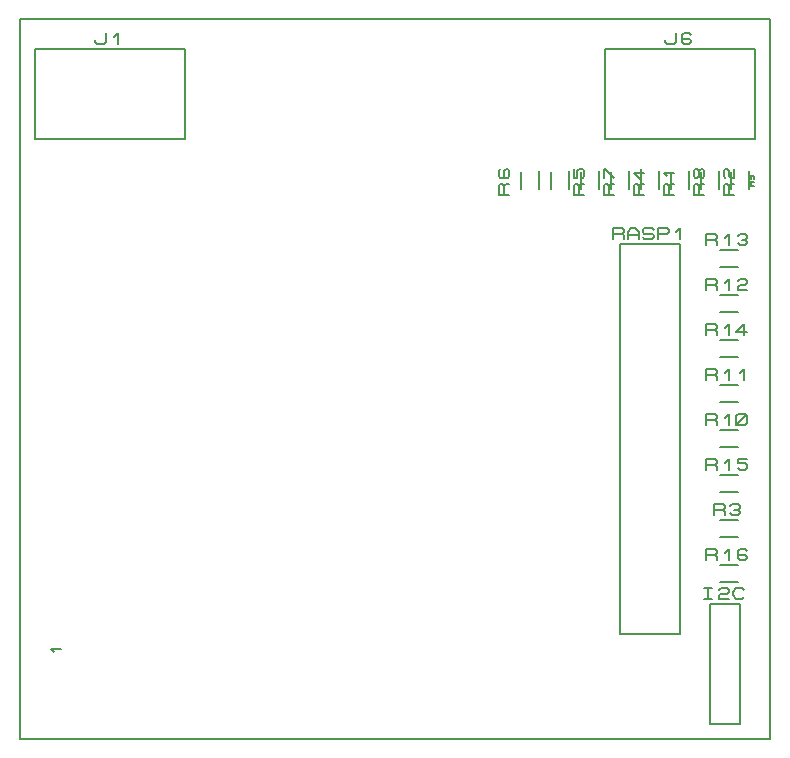
<source format=gbr>
G04 PROTEUS RS274X GERBER FILE*
%FSLAX45Y45*%
%MOMM*%
G01*
%ADD18C,0.203200*%
D18*
X+0Y-6096000D02*
X+6350000Y-6096000D01*
X+6350000Y+0D01*
X+0Y+0D01*
X+0Y-6096000D01*
X+127000Y-1016000D02*
X+1397000Y-1016000D01*
X+1397000Y-254000D01*
X+127000Y-254000D01*
X+127000Y-1016000D01*
X+635000Y-182880D02*
X+635000Y-198120D01*
X+650875Y-213360D01*
X+714375Y-213360D01*
X+730250Y-198120D01*
X+730250Y-121920D01*
X+793750Y-152400D02*
X+825500Y-121920D01*
X+825500Y-213360D01*
X+4953000Y-1016000D02*
X+6223000Y-1016000D01*
X+6223000Y-254000D01*
X+4953000Y-254000D01*
X+4953000Y-1016000D01*
X+5461000Y-182880D02*
X+5461000Y-198120D01*
X+5476875Y-213360D01*
X+5540375Y-213360D01*
X+5556250Y-198120D01*
X+5556250Y-121920D01*
X+5683250Y-137160D02*
X+5667375Y-121920D01*
X+5619750Y-121920D01*
X+5603875Y-137160D01*
X+5603875Y-198120D01*
X+5619750Y-213360D01*
X+5667375Y-213360D01*
X+5683250Y-198120D01*
X+5683250Y-182880D01*
X+5667375Y-167640D01*
X+5603875Y-167640D01*
X+5080000Y-5207000D02*
X+5588000Y-5207000D01*
X+5588000Y-1905000D01*
X+5080000Y-1905000D01*
X+5080000Y-5207000D01*
X+5016500Y-1864360D02*
X+5016500Y-1772920D01*
X+5095875Y-1772920D01*
X+5111750Y-1788160D01*
X+5111750Y-1803400D01*
X+5095875Y-1818640D01*
X+5016500Y-1818640D01*
X+5095875Y-1818640D02*
X+5111750Y-1833880D01*
X+5111750Y-1864360D01*
X+5143500Y-1864360D02*
X+5143500Y-1803400D01*
X+5175250Y-1772920D01*
X+5207000Y-1772920D01*
X+5238750Y-1803400D01*
X+5238750Y-1864360D01*
X+5143500Y-1833880D02*
X+5238750Y-1833880D01*
X+5270500Y-1849120D02*
X+5286375Y-1864360D01*
X+5349875Y-1864360D01*
X+5365750Y-1849120D01*
X+5365750Y-1833880D01*
X+5349875Y-1818640D01*
X+5286375Y-1818640D01*
X+5270500Y-1803400D01*
X+5270500Y-1788160D01*
X+5286375Y-1772920D01*
X+5349875Y-1772920D01*
X+5365750Y-1788160D01*
X+5397500Y-1864360D02*
X+5397500Y-1772920D01*
X+5476875Y-1772920D01*
X+5492750Y-1788160D01*
X+5492750Y-1803400D01*
X+5476875Y-1818640D01*
X+5397500Y-1818640D01*
X+5556250Y-1803400D02*
X+5588000Y-1772920D01*
X+5588000Y-1864360D01*
X+5842000Y-5969000D02*
X+6096000Y-5969000D01*
X+6096000Y-4953000D01*
X+5842000Y-4953000D01*
X+5842000Y-5969000D01*
X+5794375Y-4820920D02*
X+5857875Y-4820920D01*
X+5826125Y-4820920D02*
X+5826125Y-4912360D01*
X+5794375Y-4912360D02*
X+5857875Y-4912360D01*
X+5921375Y-4836160D02*
X+5937250Y-4820920D01*
X+5984875Y-4820920D01*
X+6000750Y-4836160D01*
X+6000750Y-4851400D01*
X+5984875Y-4866640D01*
X+5937250Y-4866640D01*
X+5921375Y-4881880D01*
X+5921375Y-4912360D01*
X+6000750Y-4912360D01*
X+6127750Y-4897120D02*
X+6111875Y-4912360D01*
X+6064250Y-4912360D01*
X+6032500Y-4881880D01*
X+6032500Y-4851400D01*
X+6064250Y-4820920D01*
X+6111875Y-4820920D01*
X+6127750Y-4836160D01*
X+5407660Y-1292860D02*
X+5407660Y-1445260D01*
X+5260340Y-1295400D02*
X+5260340Y-1445260D01*
X+5539740Y-1493520D02*
X+5448300Y-1493520D01*
X+5448300Y-1414145D01*
X+5463540Y-1398270D01*
X+5478780Y-1398270D01*
X+5494020Y-1414145D01*
X+5494020Y-1493520D01*
X+5494020Y-1414145D02*
X+5509260Y-1398270D01*
X+5539740Y-1398270D01*
X+5478780Y-1334770D02*
X+5448300Y-1303020D01*
X+5539740Y-1303020D01*
X+5915660Y-1292860D02*
X+5915660Y-1445260D01*
X+5768340Y-1295400D02*
X+5768340Y-1445260D01*
X+6047740Y-1493520D02*
X+5956300Y-1493520D01*
X+5956300Y-1414145D01*
X+5971540Y-1398270D01*
X+5986780Y-1398270D01*
X+6002020Y-1414145D01*
X+6002020Y-1493520D01*
X+6002020Y-1414145D02*
X+6017260Y-1398270D01*
X+6047740Y-1398270D01*
X+5971540Y-1350645D02*
X+5956300Y-1334770D01*
X+5956300Y-1287145D01*
X+5971540Y-1271270D01*
X+5986780Y-1271270D01*
X+6002020Y-1287145D01*
X+6002020Y-1334770D01*
X+6017260Y-1350645D01*
X+6047740Y-1350645D01*
X+6047740Y-1271270D01*
X+5153660Y-1292860D02*
X+5153660Y-1445260D01*
X+5006340Y-1295400D02*
X+5006340Y-1445260D01*
X+5285740Y-1493520D02*
X+5194300Y-1493520D01*
X+5194300Y-1414145D01*
X+5209540Y-1398270D01*
X+5224780Y-1398270D01*
X+5240020Y-1414145D01*
X+5240020Y-1493520D01*
X+5240020Y-1414145D02*
X+5255260Y-1398270D01*
X+5285740Y-1398270D01*
X+5255260Y-1271270D02*
X+5255260Y-1366520D01*
X+5194300Y-1303020D01*
X+5285740Y-1303020D01*
X+4645660Y-1292860D02*
X+4645660Y-1445260D01*
X+4498340Y-1295400D02*
X+4498340Y-1445260D01*
X+4777740Y-1493520D02*
X+4686300Y-1493520D01*
X+4686300Y-1414145D01*
X+4701540Y-1398270D01*
X+4716780Y-1398270D01*
X+4732020Y-1414145D01*
X+4732020Y-1493520D01*
X+4732020Y-1414145D02*
X+4747260Y-1398270D01*
X+4777740Y-1398270D01*
X+4686300Y-1271270D02*
X+4686300Y-1350645D01*
X+4716780Y-1350645D01*
X+4716780Y-1287145D01*
X+4732020Y-1271270D01*
X+4762500Y-1271270D01*
X+4777740Y-1287145D01*
X+4777740Y-1334770D01*
X+4762500Y-1350645D01*
X+4391660Y-1292860D02*
X+4391660Y-1445260D01*
X+4244340Y-1295400D02*
X+4244340Y-1445260D01*
X+4142740Y-1493520D02*
X+4051300Y-1493520D01*
X+4051300Y-1414145D01*
X+4066540Y-1398270D01*
X+4081780Y-1398270D01*
X+4097020Y-1414145D01*
X+4097020Y-1493520D01*
X+4097020Y-1414145D02*
X+4112260Y-1398270D01*
X+4142740Y-1398270D01*
X+4066540Y-1271270D02*
X+4051300Y-1287145D01*
X+4051300Y-1334770D01*
X+4066540Y-1350645D01*
X+4127500Y-1350645D01*
X+4142740Y-1334770D01*
X+4142740Y-1287145D01*
X+4127500Y-1271270D01*
X+4112260Y-1271270D01*
X+4097020Y-1287145D01*
X+4097020Y-1350645D01*
X+4899660Y-1292860D02*
X+4899660Y-1445260D01*
X+4752340Y-1295400D02*
X+4752340Y-1445260D01*
X+5031740Y-1493520D02*
X+4940300Y-1493520D01*
X+4940300Y-1414145D01*
X+4955540Y-1398270D01*
X+4970780Y-1398270D01*
X+4986020Y-1414145D01*
X+4986020Y-1493520D01*
X+4986020Y-1414145D02*
X+5001260Y-1398270D01*
X+5031740Y-1398270D01*
X+4940300Y-1350645D02*
X+4940300Y-1271270D01*
X+4955540Y-1271270D01*
X+5031740Y-1350645D01*
X+5661660Y-1292860D02*
X+5661660Y-1445260D01*
X+5514340Y-1295400D02*
X+5514340Y-1445260D01*
X+5793740Y-1493520D02*
X+5702300Y-1493520D01*
X+5702300Y-1414145D01*
X+5717540Y-1398270D01*
X+5732780Y-1398270D01*
X+5748020Y-1414145D01*
X+5748020Y-1493520D01*
X+5748020Y-1414145D02*
X+5763260Y-1398270D01*
X+5793740Y-1398270D01*
X+5748020Y-1334770D02*
X+5732780Y-1350645D01*
X+5717540Y-1350645D01*
X+5702300Y-1334770D01*
X+5702300Y-1287145D01*
X+5717540Y-1271270D01*
X+5732780Y-1271270D01*
X+5748020Y-1287145D01*
X+5748020Y-1334770D01*
X+5763260Y-1350645D01*
X+5778500Y-1350645D01*
X+5793740Y-1334770D01*
X+5793740Y-1287145D01*
X+5778500Y-1271270D01*
X+5763260Y-1271270D01*
X+5748020Y-1287145D01*
X+6169660Y-1292860D02*
X+6169660Y-1445260D01*
X+6022340Y-1295400D02*
X+6022340Y-1445260D01*
X+6215380Y-1417320D02*
X+6169660Y-1417320D01*
X+6169660Y-1385570D01*
X+6177280Y-1379220D01*
X+6184900Y-1379220D01*
X+6192520Y-1385570D01*
X+6192520Y-1417320D01*
X+6192520Y-1385570D02*
X+6200140Y-1379220D01*
X+6215380Y-1379220D01*
X+6184900Y-1328420D02*
X+6192520Y-1334770D01*
X+6192520Y-1353820D01*
X+6184900Y-1360170D01*
X+6177280Y-1360170D01*
X+6169660Y-1353820D01*
X+6169660Y-1334770D01*
X+6177280Y-1328420D01*
X+6207760Y-1328420D01*
X+6215380Y-1334770D01*
X+6215380Y-1353820D01*
X+5925820Y-4244340D02*
X+6078220Y-4244340D01*
X+5928360Y-4391660D02*
X+6078220Y-4391660D01*
X+5872480Y-4203700D02*
X+5872480Y-4112260D01*
X+5951855Y-4112260D01*
X+5967730Y-4127500D01*
X+5967730Y-4142740D01*
X+5951855Y-4157980D01*
X+5872480Y-4157980D01*
X+5951855Y-4157980D02*
X+5967730Y-4173220D01*
X+5967730Y-4203700D01*
X+6015355Y-4127500D02*
X+6031230Y-4112260D01*
X+6078855Y-4112260D01*
X+6094730Y-4127500D01*
X+6094730Y-4142740D01*
X+6078855Y-4157980D01*
X+6094730Y-4173220D01*
X+6094730Y-4188460D01*
X+6078855Y-4203700D01*
X+6031230Y-4203700D01*
X+6015355Y-4188460D01*
X+6047105Y-4157980D02*
X+6078855Y-4157980D01*
X+5925820Y-3482340D02*
X+6078220Y-3482340D01*
X+5928360Y-3629660D02*
X+6078220Y-3629660D01*
X+5808980Y-3441700D02*
X+5808980Y-3350260D01*
X+5888355Y-3350260D01*
X+5904230Y-3365500D01*
X+5904230Y-3380740D01*
X+5888355Y-3395980D01*
X+5808980Y-3395980D01*
X+5888355Y-3395980D02*
X+5904230Y-3411220D01*
X+5904230Y-3441700D01*
X+5967730Y-3380740D02*
X+5999480Y-3350260D01*
X+5999480Y-3441700D01*
X+6062980Y-3426460D02*
X+6062980Y-3365500D01*
X+6078855Y-3350260D01*
X+6142355Y-3350260D01*
X+6158230Y-3365500D01*
X+6158230Y-3426460D01*
X+6142355Y-3441700D01*
X+6078855Y-3441700D01*
X+6062980Y-3426460D01*
X+6062980Y-3441700D02*
X+6158230Y-3350260D01*
X+5925820Y-3101340D02*
X+6078220Y-3101340D01*
X+5928360Y-3248660D02*
X+6078220Y-3248660D01*
X+5808980Y-3060700D02*
X+5808980Y-2969260D01*
X+5888355Y-2969260D01*
X+5904230Y-2984500D01*
X+5904230Y-2999740D01*
X+5888355Y-3014980D01*
X+5808980Y-3014980D01*
X+5888355Y-3014980D02*
X+5904230Y-3030220D01*
X+5904230Y-3060700D01*
X+5967730Y-2999740D02*
X+5999480Y-2969260D01*
X+5999480Y-3060700D01*
X+6094730Y-2999740D02*
X+6126480Y-2969260D01*
X+6126480Y-3060700D01*
X+5925820Y-2339340D02*
X+6078220Y-2339340D01*
X+5928360Y-2486660D02*
X+6078220Y-2486660D01*
X+5808980Y-2298700D02*
X+5808980Y-2207260D01*
X+5888355Y-2207260D01*
X+5904230Y-2222500D01*
X+5904230Y-2237740D01*
X+5888355Y-2252980D01*
X+5808980Y-2252980D01*
X+5888355Y-2252980D02*
X+5904230Y-2268220D01*
X+5904230Y-2298700D01*
X+5967730Y-2237740D02*
X+5999480Y-2207260D01*
X+5999480Y-2298700D01*
X+6078855Y-2222500D02*
X+6094730Y-2207260D01*
X+6142355Y-2207260D01*
X+6158230Y-2222500D01*
X+6158230Y-2237740D01*
X+6142355Y-2252980D01*
X+6094730Y-2252980D01*
X+6078855Y-2268220D01*
X+6078855Y-2298700D01*
X+6158230Y-2298700D01*
X+5925820Y-1958340D02*
X+6078220Y-1958340D01*
X+5928360Y-2105660D02*
X+6078220Y-2105660D01*
X+5808980Y-1917700D02*
X+5808980Y-1826260D01*
X+5888355Y-1826260D01*
X+5904230Y-1841500D01*
X+5904230Y-1856740D01*
X+5888355Y-1871980D01*
X+5808980Y-1871980D01*
X+5888355Y-1871980D02*
X+5904230Y-1887220D01*
X+5904230Y-1917700D01*
X+5967730Y-1856740D02*
X+5999480Y-1826260D01*
X+5999480Y-1917700D01*
X+6078855Y-1841500D02*
X+6094730Y-1826260D01*
X+6142355Y-1826260D01*
X+6158230Y-1841500D01*
X+6158230Y-1856740D01*
X+6142355Y-1871980D01*
X+6158230Y-1887220D01*
X+6158230Y-1902460D01*
X+6142355Y-1917700D01*
X+6094730Y-1917700D01*
X+6078855Y-1902460D01*
X+6110605Y-1871980D02*
X+6142355Y-1871980D01*
X+5925820Y-2720340D02*
X+6078220Y-2720340D01*
X+5928360Y-2867660D02*
X+6078220Y-2867660D01*
X+5808980Y-2679700D02*
X+5808980Y-2588260D01*
X+5888355Y-2588260D01*
X+5904230Y-2603500D01*
X+5904230Y-2618740D01*
X+5888355Y-2633980D01*
X+5808980Y-2633980D01*
X+5888355Y-2633980D02*
X+5904230Y-2649220D01*
X+5904230Y-2679700D01*
X+5967730Y-2618740D02*
X+5999480Y-2588260D01*
X+5999480Y-2679700D01*
X+6158230Y-2649220D02*
X+6062980Y-2649220D01*
X+6126480Y-2588260D01*
X+6126480Y-2679700D01*
X+5925820Y-3863340D02*
X+6078220Y-3863340D01*
X+5928360Y-4010660D02*
X+6078220Y-4010660D01*
X+5808980Y-3822700D02*
X+5808980Y-3731260D01*
X+5888355Y-3731260D01*
X+5904230Y-3746500D01*
X+5904230Y-3761740D01*
X+5888355Y-3776980D01*
X+5808980Y-3776980D01*
X+5888355Y-3776980D02*
X+5904230Y-3792220D01*
X+5904230Y-3822700D01*
X+5967730Y-3761740D02*
X+5999480Y-3731260D01*
X+5999480Y-3822700D01*
X+6158230Y-3731260D02*
X+6078855Y-3731260D01*
X+6078855Y-3761740D01*
X+6142355Y-3761740D01*
X+6158230Y-3776980D01*
X+6158230Y-3807460D01*
X+6142355Y-3822700D01*
X+6094730Y-3822700D01*
X+6078855Y-3807460D01*
X+5925820Y-4625340D02*
X+6078220Y-4625340D01*
X+5928360Y-4772660D02*
X+6078220Y-4772660D01*
X+5808980Y-4584700D02*
X+5808980Y-4493260D01*
X+5888355Y-4493260D01*
X+5904230Y-4508500D01*
X+5904230Y-4523740D01*
X+5888355Y-4538980D01*
X+5808980Y-4538980D01*
X+5888355Y-4538980D02*
X+5904230Y-4554220D01*
X+5904230Y-4584700D01*
X+5967730Y-4523740D02*
X+5999480Y-4493260D01*
X+5999480Y-4584700D01*
X+6158230Y-4508500D02*
X+6142355Y-4493260D01*
X+6094730Y-4493260D01*
X+6078855Y-4508500D01*
X+6078855Y-4569460D01*
X+6094730Y-4584700D01*
X+6142355Y-4584700D01*
X+6158230Y-4569460D01*
X+6158230Y-4554220D01*
X+6142355Y-4538980D01*
X+6078855Y-4538980D01*
X+289560Y-5365750D02*
X+259080Y-5334000D01*
X+350520Y-5334000D01*
M02*

</source>
